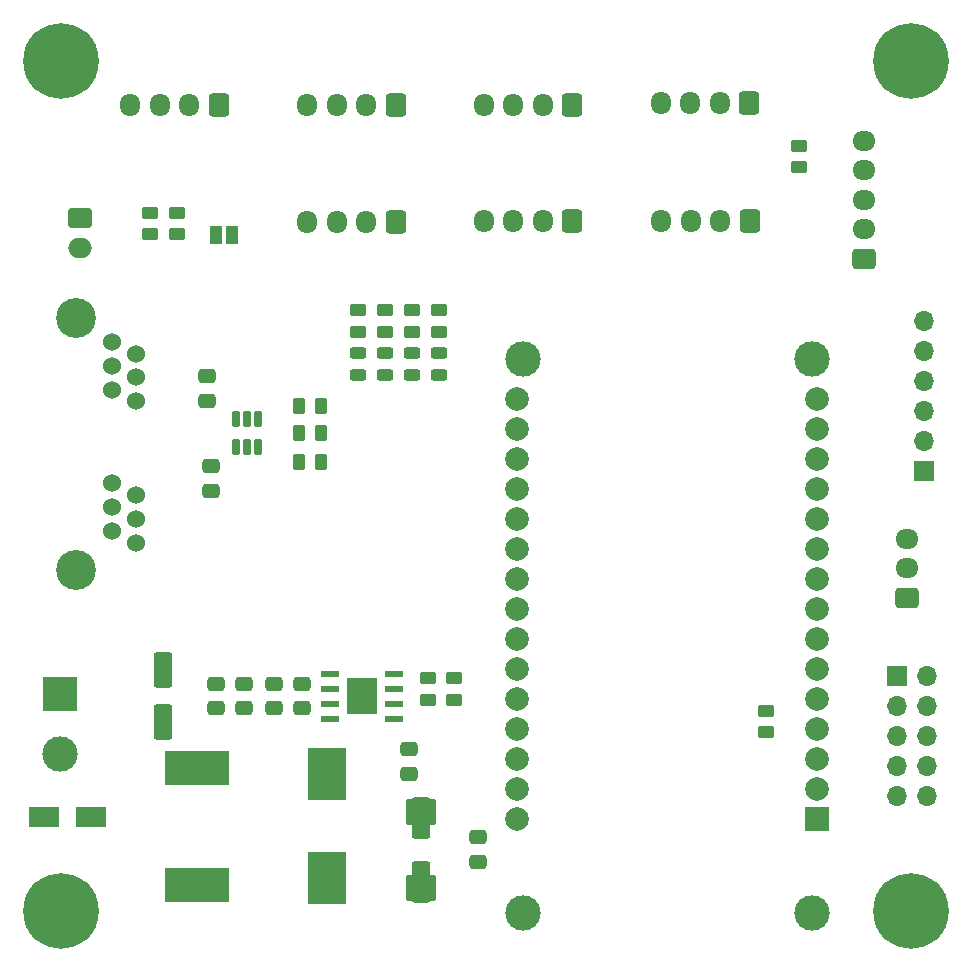
<source format=gbr>
%TF.GenerationSoftware,KiCad,Pcbnew,7.0.7*%
%TF.CreationDate,2023-11-15T18:09:06+01:00*%
%TF.ProjectId,ESP32_Weather_Servizio_Meteo_Sovramontino_v0.2,45535033-325f-4576-9561-746865725f53,rev?*%
%TF.SameCoordinates,Original*%
%TF.FileFunction,Soldermask,Top*%
%TF.FilePolarity,Negative*%
%FSLAX46Y46*%
G04 Gerber Fmt 4.6, Leading zero omitted, Abs format (unit mm)*
G04 Created by KiCad (PCBNEW 7.0.7) date 2023-11-15 18:09:06*
%MOMM*%
%LPD*%
G01*
G04 APERTURE LIST*
G04 Aperture macros list*
%AMRoundRect*
0 Rectangle with rounded corners*
0 $1 Rounding radius*
0 $2 $3 $4 $5 $6 $7 $8 $9 X,Y pos of 4 corners*
0 Add a 4 corners polygon primitive as box body*
4,1,4,$2,$3,$4,$5,$6,$7,$8,$9,$2,$3,0*
0 Add four circle primitives for the rounded corners*
1,1,$1+$1,$2,$3*
1,1,$1+$1,$4,$5*
1,1,$1+$1,$6,$7*
1,1,$1+$1,$8,$9*
0 Add four rect primitives between the rounded corners*
20,1,$1+$1,$2,$3,$4,$5,0*
20,1,$1+$1,$4,$5,$6,$7,0*
20,1,$1+$1,$6,$7,$8,$9,0*
20,1,$1+$1,$8,$9,$2,$3,0*%
G04 Aperture macros list end*
%ADD10RoundRect,0.250000X0.600000X0.725000X-0.600000X0.725000X-0.600000X-0.725000X0.600000X-0.725000X0*%
%ADD11O,1.700000X1.950000*%
%ADD12C,3.380000*%
%ADD13C,1.524000*%
%ADD14R,3.300000X4.500000*%
%ADD15RoundRect,0.250000X-0.450000X0.262500X-0.450000X-0.262500X0.450000X-0.262500X0.450000X0.262500X0*%
%ADD16RoundRect,0.250000X0.475000X-0.337500X0.475000X0.337500X-0.475000X0.337500X-0.475000X-0.337500X0*%
%ADD17C,0.800000*%
%ADD18C,6.400000*%
%ADD19RoundRect,0.250000X0.450000X-0.262500X0.450000X0.262500X-0.450000X0.262500X-0.450000X-0.262500X0*%
%ADD20RoundRect,0.243750X-0.456250X0.243750X-0.456250X-0.243750X0.456250X-0.243750X0.456250X0.243750X0*%
%ADD21RoundRect,0.250000X-0.750000X0.600000X-0.750000X-0.600000X0.750000X-0.600000X0.750000X0.600000X0*%
%ADD22O,2.000000X1.700000*%
%ADD23RoundRect,0.250000X0.262500X0.450000X-0.262500X0.450000X-0.262500X-0.450000X0.262500X-0.450000X0*%
%ADD24R,1.550000X0.600000*%
%ADD25R,2.600000X3.100000*%
%ADD26RoundRect,0.250000X-1.025000X0.875000X-1.025000X-0.875000X1.025000X-0.875000X1.025000X0.875000X0*%
%ADD27RoundRect,0.250000X-0.475000X0.337500X-0.475000X-0.337500X0.475000X-0.337500X0.475000X0.337500X0*%
%ADD28R,3.000000X3.000000*%
%ADD29C,3.000000*%
%ADD30RoundRect,0.250000X-0.262500X-0.450000X0.262500X-0.450000X0.262500X0.450000X-0.262500X0.450000X0*%
%ADD31R,5.400000X2.900000*%
%ADD32R,2.000000X2.000000*%
%ADD33C,2.000000*%
%ADD34RoundRect,0.250000X0.725000X-0.600000X0.725000X0.600000X-0.725000X0.600000X-0.725000X-0.600000X0*%
%ADD35O,1.950000X1.700000*%
%ADD36R,2.500000X1.800000*%
%ADD37RoundRect,0.042000X0.258000X-0.633000X0.258000X0.633000X-0.258000X0.633000X-0.258000X-0.633000X0*%
%ADD38RoundRect,0.250000X0.550000X-1.250000X0.550000X1.250000X-0.550000X1.250000X-0.550000X-1.250000X0*%
%ADD39R,1.700000X1.700000*%
%ADD40O,1.700000X1.700000*%
%ADD41RoundRect,0.250000X-0.550000X1.500000X-0.550000X-1.500000X0.550000X-1.500000X0.550000X1.500000X0*%
%ADD42R,1.000000X1.500000*%
G04 APERTURE END LIST*
D10*
%TO.C,J14*%
X175056800Y-38404800D03*
D11*
X172556800Y-38404800D03*
X170056800Y-38404800D03*
X167556800Y-38404800D03*
%TD*%
D12*
%TO.C,U2*%
X133019800Y-46621700D03*
X133019800Y-67957700D03*
D13*
X136061800Y-48613700D03*
X138091800Y-49633700D03*
X136061800Y-50653700D03*
X138091800Y-51633700D03*
X136061800Y-52693700D03*
X138091800Y-53673700D03*
X138097800Y-65651700D03*
X136067800Y-64671700D03*
X138097800Y-63611700D03*
X136067800Y-62631700D03*
X138097800Y-61611700D03*
X136067800Y-60591700D03*
%TD*%
D10*
%TO.C,J13*%
X190081000Y-38421800D03*
D11*
X187581000Y-38421800D03*
X185081000Y-38421800D03*
X182581000Y-38421800D03*
%TD*%
D10*
%TO.C,J11*%
X145126400Y-28570800D03*
D11*
X142626400Y-28570800D03*
X140126400Y-28570800D03*
X137626400Y-28570800D03*
%TD*%
D14*
%TO.C,D1*%
X154256000Y-85262000D03*
X154256000Y-94062000D03*
%TD*%
D15*
%TO.C,R10*%
X159220000Y-45945500D03*
X159220000Y-47770500D03*
%TD*%
D16*
%TO.C,C1*%
X144107000Y-53610500D03*
X144107000Y-51535500D03*
%TD*%
D15*
%TO.C,R9*%
X194272000Y-32027500D03*
X194272000Y-33852500D03*
%TD*%
D17*
%TO.C,H4*%
X131772000Y-99233000D03*
X133469056Y-95135944D03*
X133469056Y-98530056D03*
D18*
X131772000Y-96833000D03*
D17*
X131772000Y-94433000D03*
X129372000Y-96833000D03*
X130074944Y-95135944D03*
X130074944Y-98530056D03*
X134172000Y-96833000D03*
%TD*%
D16*
%TO.C,C3*%
X152146000Y-79675900D03*
X152146000Y-77600900D03*
%TD*%
D19*
%TO.C,R5*%
X139281000Y-39515500D03*
X139281000Y-37690500D03*
%TD*%
D17*
%TO.C,H1*%
X202074944Y-23135944D03*
D18*
X203772000Y-24833000D03*
D17*
X205469056Y-26530056D03*
X205469056Y-23135944D03*
X202074944Y-26530056D03*
X203772000Y-22433000D03*
X203772000Y-27233000D03*
X206172000Y-24833000D03*
X201372000Y-24833000D03*
%TD*%
D20*
%TO.C,D6*%
X156934000Y-49603500D03*
X156934000Y-51478500D03*
%TD*%
D19*
%TO.C,R4*%
X141567000Y-39515500D03*
X141567000Y-37690500D03*
%TD*%
D10*
%TO.C,J8*%
X175070666Y-28570800D03*
D11*
X172570666Y-28570800D03*
X170070666Y-28570800D03*
X167570666Y-28570800D03*
%TD*%
D21*
%TO.C,J2*%
X133367000Y-38170800D03*
D22*
X133367000Y-40670800D03*
%TD*%
D23*
%TO.C,R3*%
X153782500Y-56383000D03*
X151957500Y-56383000D03*
%TD*%
D24*
%TO.C,U3*%
X159956000Y-80567000D03*
X159956000Y-79297000D03*
X159956000Y-78027000D03*
X159956000Y-76757000D03*
X154556000Y-76757000D03*
X154556000Y-78027000D03*
X154556000Y-79297000D03*
X154556000Y-80567000D03*
D25*
X157256000Y-78662000D03*
%TD*%
D17*
%TO.C,H3*%
X202074944Y-95135944D03*
X201372000Y-96833000D03*
X206172000Y-96833000D03*
X203772000Y-94433000D03*
X203772000Y-99233000D03*
D18*
X203772000Y-96833000D03*
D17*
X205469056Y-98530056D03*
X205469056Y-95135944D03*
X202074944Y-98530056D03*
%TD*%
D26*
%TO.C,C9*%
X162256000Y-88462000D03*
X162256000Y-94862000D03*
%TD*%
D16*
%TO.C,C5*%
X147282000Y-79675900D03*
X147282000Y-77600900D03*
%TD*%
D27*
%TO.C,C8*%
X161256000Y-83146200D03*
X161256000Y-85221200D03*
%TD*%
D23*
%TO.C,R2*%
X153782500Y-54097000D03*
X151957500Y-54097000D03*
%TD*%
D28*
%TO.C,J1*%
X131673600Y-78435200D03*
D29*
X131673600Y-83515200D03*
%TD*%
D30*
%TO.C,R1*%
X151957500Y-58796000D03*
X153782500Y-58796000D03*
%TD*%
D31*
%TO.C,L1*%
X143256000Y-84712000D03*
X143256000Y-94612000D03*
%TD*%
D29*
%TO.C,U1*%
X170866000Y-97003000D03*
X195376000Y-97003000D03*
X195376000Y-50053000D03*
X170866000Y-50053000D03*
D32*
X195796000Y-89043000D03*
D33*
X195796000Y-86503000D03*
X195796000Y-83963000D03*
X195796000Y-81423000D03*
X195796000Y-78883000D03*
X195796000Y-76343000D03*
X195796000Y-73803000D03*
X195796000Y-71263000D03*
X195796000Y-68723000D03*
X195796000Y-66183000D03*
X195796000Y-63643000D03*
X195796000Y-61103000D03*
X195796000Y-58563000D03*
X195796000Y-56023000D03*
X195796000Y-53483000D03*
X170396000Y-53483000D03*
X170396000Y-56023000D03*
X170396000Y-58563000D03*
X170396000Y-61103000D03*
X170396000Y-63643000D03*
X170396000Y-66183000D03*
X170396000Y-68723000D03*
X170396000Y-71263000D03*
X170396000Y-73803000D03*
X170396000Y-76343000D03*
X170396000Y-78883000D03*
X170396000Y-81423000D03*
X170396000Y-83963000D03*
X170396000Y-86503000D03*
X170396000Y-89043000D03*
%TD*%
D34*
%TO.C,J12*%
X199775200Y-41626800D03*
D35*
X199775200Y-39126800D03*
X199775200Y-36626800D03*
X199775200Y-34126800D03*
X199775200Y-31626800D03*
%TD*%
D19*
%TO.C,R7*%
X165062000Y-78941300D03*
X165062000Y-77116300D03*
%TD*%
D36*
%TO.C,D7*%
X134296000Y-88895000D03*
X130296000Y-88895000D03*
%TD*%
D10*
%TO.C,J9*%
X190042800Y-28448000D03*
D11*
X187542800Y-28448000D03*
X185042800Y-28448000D03*
X182542800Y-28448000D03*
%TD*%
D37*
%TO.C,D2*%
X146586000Y-57568000D03*
X147536000Y-57568000D03*
X148486000Y-57568000D03*
X148486000Y-55198000D03*
X147536000Y-55198000D03*
X146586000Y-55198000D03*
%TD*%
D15*
%TO.C,R12*%
X163771000Y-45945500D03*
X163771000Y-47770500D03*
%TD*%
%TO.C,R11*%
X161506000Y-45945500D03*
X161506000Y-47770500D03*
%TD*%
D16*
%TO.C,C6*%
X144488000Y-61230500D03*
X144488000Y-59155500D03*
%TD*%
D27*
%TO.C,C11*%
X167094000Y-90588500D03*
X167094000Y-92663500D03*
%TD*%
D38*
%TO.C,C2*%
X140424000Y-80838400D03*
X140424000Y-76438400D03*
%TD*%
D16*
%TO.C,C4*%
X149822000Y-79675900D03*
X149822000Y-77600900D03*
%TD*%
D39*
%TO.C,J3*%
X202527000Y-76957000D03*
D40*
X205067000Y-76957000D03*
X202527000Y-79497000D03*
X205067000Y-79497000D03*
X202527000Y-82037000D03*
X205067000Y-82037000D03*
X202527000Y-84577000D03*
X205067000Y-84577000D03*
X202527000Y-87117000D03*
X205067000Y-87117000D03*
%TD*%
D15*
%TO.C,R13*%
X156934000Y-45945500D03*
X156934000Y-47770500D03*
%TD*%
D34*
%TO.C,J5*%
X203399000Y-70313000D03*
D35*
X203399000Y-67813000D03*
X203399000Y-65313000D03*
%TD*%
D15*
%TO.C,R8*%
X162814000Y-77116300D03*
X162814000Y-78941300D03*
%TD*%
D39*
%TO.C,J10*%
X204813000Y-59558000D03*
D40*
X204813000Y-57018000D03*
X204813000Y-54478000D03*
X204813000Y-51938000D03*
X204813000Y-49398000D03*
X204813000Y-46858000D03*
%TD*%
D41*
%TO.C,C10*%
X162256000Y-88962000D03*
X162256000Y-94362000D03*
%TD*%
D10*
%TO.C,J7*%
X160109000Y-28570000D03*
D11*
X157609000Y-28570000D03*
X155109000Y-28570000D03*
X152609000Y-28570000D03*
%TD*%
D17*
%TO.C,H2*%
X131772000Y-27233000D03*
D18*
X131772000Y-24833000D03*
D17*
X134172000Y-24833000D03*
X130074944Y-23135944D03*
X133469056Y-23135944D03*
X130074944Y-26530056D03*
X133469056Y-26530056D03*
X131772000Y-22433000D03*
X129372000Y-24833000D03*
%TD*%
D42*
%TO.C,JP1*%
X144930200Y-39568200D03*
X146230200Y-39568200D03*
%TD*%
D20*
%TO.C,D5*%
X163792000Y-49603500D03*
X163792000Y-51478500D03*
%TD*%
D10*
%TO.C,J4*%
X160109000Y-38476000D03*
D11*
X157609000Y-38476000D03*
X155109000Y-38476000D03*
X152609000Y-38476000D03*
%TD*%
D20*
%TO.C,D3*%
X159220000Y-49603500D03*
X159220000Y-51478500D03*
%TD*%
D16*
%TO.C,C7*%
X144869000Y-79675900D03*
X144869000Y-77600900D03*
%TD*%
D20*
%TO.C,D4*%
X161506000Y-49603500D03*
X161506000Y-51478500D03*
%TD*%
D19*
%TO.C,R6*%
X191478000Y-81679500D03*
X191478000Y-79854500D03*
%TD*%
M02*

</source>
